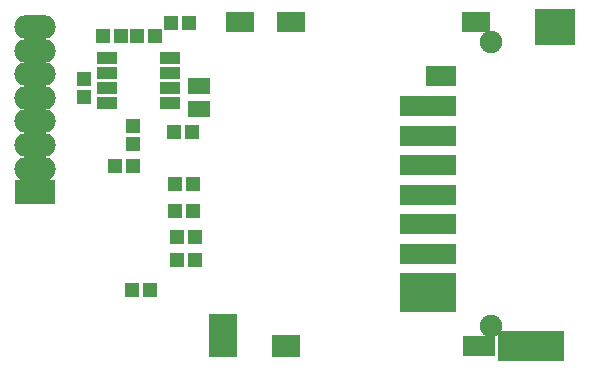
<source format=gts>
G04 (created by PCBNEW-RS274X (2011-07-08 BZR 3044)-stable) date 27/07/2011 21:08:18*
G01*
G70*
G90*
%MOIN*%
G04 Gerber Fmt 3.4, Leading zero omitted, Abs format*
%FSLAX34Y34*%
G04 APERTURE LIST*
%ADD10C,0.006000*%
%ADD11O,0.138100X0.079100*%
%ADD12R,0.138100X0.079100*%
%ADD13R,0.075000X0.055000*%
%ADD14R,0.065000X0.040000*%
%ADD15R,0.045000X0.051500*%
%ADD16R,0.096800X0.075100*%
%ADD17R,0.094800X0.071200*%
%ADD18R,0.134200X0.122400*%
%ADD19R,0.106600X0.070200*%
%ADD20R,0.114500X0.102700*%
%ADD21R,0.106600X0.102700*%
%ADD22C,0.075100*%
%ADD23R,0.189300X0.067200*%
%ADD24R,0.098700X0.067200*%
%ADD25R,0.051500X0.045000*%
G04 APERTURE END LIST*
G54D10*
G54D11*
X25217Y-25562D03*
X25217Y-26349D03*
G54D12*
X25217Y-27137D03*
G54D11*
X25217Y-24775D03*
X25217Y-23987D03*
X25217Y-23200D03*
X25217Y-22413D03*
X25217Y-21626D03*
G54D13*
X30677Y-23597D03*
X30677Y-24347D03*
G54D14*
X27631Y-24152D03*
X29731Y-24152D03*
X27631Y-23652D03*
X27631Y-23152D03*
X27631Y-22652D03*
X29731Y-23652D03*
X29731Y-23152D03*
X29731Y-22652D03*
G54D15*
X28080Y-21933D03*
X27480Y-21933D03*
X29846Y-25118D03*
X30446Y-25118D03*
X28629Y-21933D03*
X29229Y-21933D03*
G54D16*
X31504Y-32252D03*
X31504Y-31543D03*
G54D17*
X32055Y-21465D03*
X33768Y-21465D03*
X39910Y-21465D03*
G54D18*
X42547Y-21622D03*
G54D16*
X33591Y-32252D03*
G54D19*
X40028Y-32252D03*
G54D20*
X41228Y-32252D03*
G54D21*
X42311Y-32252D03*
G54D22*
X40441Y-31583D03*
X40441Y-22134D03*
G54D23*
X38339Y-30805D03*
X38339Y-30165D03*
X38339Y-29181D03*
X38339Y-28197D03*
X38339Y-27213D03*
X38339Y-26228D03*
X38339Y-25244D03*
X38339Y-24260D03*
G54D24*
X38768Y-23276D03*
G54D15*
X28468Y-30409D03*
X29068Y-30409D03*
X29759Y-21504D03*
X30359Y-21504D03*
X30489Y-26854D03*
X29889Y-26854D03*
X30560Y-29394D03*
X29960Y-29394D03*
G54D25*
X28488Y-24917D03*
X28488Y-25517D03*
G54D15*
X29960Y-28634D03*
X30560Y-28634D03*
X29889Y-27744D03*
X30489Y-27744D03*
X27885Y-26260D03*
X28485Y-26260D03*
G54D25*
X26870Y-23946D03*
X26870Y-23346D03*
M02*

</source>
